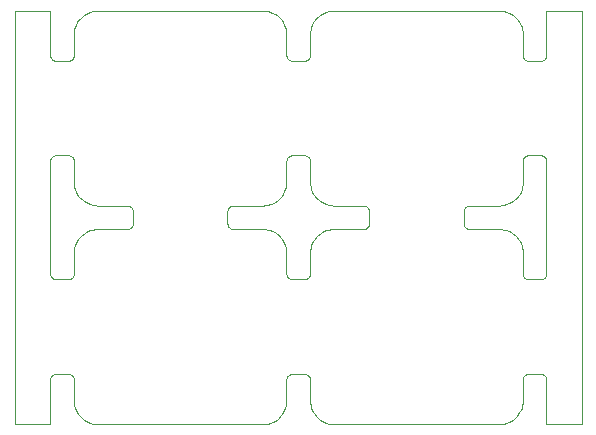
<source format=gbr>
G04 #@! TF.GenerationSoftware,KiCad,Pcbnew,5.1.5+dfsg1-2build2*
G04 #@! TF.CreationDate,2021-03-06T11:28:30+01:00*
G04 #@! TF.ProjectId,sDB_panel,7344425f-7061-46e6-956c-2e6b69636164,rev?*
G04 #@! TF.SameCoordinates,Original*
G04 #@! TF.FileFunction,Profile,NP*
%FSLAX46Y46*%
G04 Gerber Fmt 4.6, Leading zero omitted, Abs format (unit mm)*
G04 Created by KiCad (PCBNEW 5.1.5+dfsg1-2build2) date 2021-03-06 11:28:30*
%MOMM*%
%LPD*%
G04 APERTURE LIST*
G04 #@! TA.AperFunction,Profile*
%ADD10C,0.100000*%
G04 #@! TD*
G04 APERTURE END LIST*
D10*
X47999000Y-72258800D02*
X47999000Y-62741200D01*
X48001400Y-72307000D02*
X47999000Y-72258800D01*
X48008400Y-72354600D02*
X48001400Y-72307000D01*
X48020100Y-72401200D02*
X48008400Y-72354600D01*
X48036300Y-72446500D02*
X48020100Y-72401200D01*
X48056900Y-72490000D02*
X48036300Y-72446500D01*
X48081600Y-72531200D02*
X48056900Y-72490000D01*
X48110200Y-72569900D02*
X48081600Y-72531200D01*
X48142500Y-72605500D02*
X48110200Y-72569900D01*
X48178200Y-72637800D02*
X48142500Y-72605500D01*
X48216800Y-72666400D02*
X48178200Y-72637800D01*
X48258000Y-72691100D02*
X48216800Y-72666400D01*
X48301500Y-72711700D02*
X48258000Y-72691100D01*
X48346800Y-72727900D02*
X48301500Y-72711700D01*
X48393400Y-72739600D02*
X48346800Y-72727900D01*
X48441000Y-72746600D02*
X48393400Y-72739600D01*
X48489200Y-72749000D02*
X48441000Y-72746600D01*
X49508800Y-72749000D02*
X48489200Y-72749000D01*
X49557000Y-72746600D02*
X49508800Y-72749000D01*
X49604600Y-72739600D02*
X49557000Y-72746600D01*
X49651200Y-72727900D02*
X49604600Y-72739600D01*
X49696500Y-72711700D02*
X49651200Y-72727900D01*
X49740000Y-72691100D02*
X49696500Y-72711700D01*
X49781200Y-72666400D02*
X49740000Y-72691100D01*
X49819800Y-72637800D02*
X49781200Y-72666400D01*
X49855500Y-72605500D02*
X49819800Y-72637800D01*
X49887800Y-72569900D02*
X49855500Y-72605500D01*
X49916400Y-72531200D02*
X49887800Y-72569900D01*
X49941100Y-72490000D02*
X49916400Y-72531200D01*
X49961700Y-72446500D02*
X49941100Y-72490000D01*
X49977900Y-72401200D02*
X49961700Y-72446500D01*
X49989600Y-72354600D02*
X49977900Y-72401200D01*
X49996600Y-72307000D02*
X49989600Y-72354600D01*
X49999000Y-72258800D02*
X49996600Y-72307000D01*
X49999000Y-70499800D02*
X49999000Y-72258800D01*
X50010100Y-70291100D02*
X49999000Y-70499800D01*
X50041700Y-70090500D02*
X50010100Y-70291100D01*
X50097000Y-69881900D02*
X50041700Y-70090500D01*
X50175000Y-69680300D02*
X50097000Y-69881900D01*
X50267100Y-69499800D02*
X50175000Y-69680300D01*
X50377500Y-69329400D02*
X50267100Y-69499800D01*
X50513300Y-69161000D02*
X50377500Y-69329400D01*
X50661000Y-69013300D02*
X50513300Y-69161000D01*
X50818700Y-68885300D02*
X50661000Y-69013300D01*
X50999800Y-68767100D02*
X50818700Y-68885300D01*
X51186000Y-68672300D02*
X50999800Y-68767100D01*
X51375500Y-68599300D02*
X51186000Y-68672300D01*
X51590500Y-68541700D02*
X51375500Y-68599300D01*
X51791100Y-68510100D02*
X51590500Y-68541700D01*
X52000100Y-68499000D02*
X51791100Y-68510100D01*
X54508800Y-68499000D02*
X52000100Y-68499000D01*
X54557000Y-68496600D02*
X54508800Y-68499000D01*
X54604600Y-68489600D02*
X54557000Y-68496600D01*
X54651200Y-68477900D02*
X54604600Y-68489600D01*
X54696500Y-68461700D02*
X54651200Y-68477900D01*
X54740000Y-68441100D02*
X54696500Y-68461700D01*
X54781200Y-68416400D02*
X54740000Y-68441100D01*
X54819800Y-68387800D02*
X54781200Y-68416400D01*
X54855500Y-68355500D02*
X54819800Y-68387800D01*
X54887800Y-68319800D02*
X54855500Y-68355500D01*
X54916400Y-68281200D02*
X54887800Y-68319800D01*
X54941100Y-68240000D02*
X54916400Y-68281200D01*
X54961700Y-68196500D02*
X54941100Y-68240000D01*
X54977900Y-68151200D02*
X54961700Y-68196500D01*
X54989600Y-68104600D02*
X54977900Y-68151200D01*
X54996600Y-68057000D02*
X54989600Y-68104600D01*
X54999000Y-68008800D02*
X54996600Y-68057000D01*
X54999000Y-66991200D02*
X54999000Y-68008800D01*
X54996600Y-66943000D02*
X54999000Y-66991200D01*
X54989600Y-66895400D02*
X54996600Y-66943000D01*
X54977900Y-66848800D02*
X54989600Y-66895400D01*
X54961700Y-66803500D02*
X54977900Y-66848800D01*
X54941100Y-66760000D02*
X54961700Y-66803500D01*
X54916400Y-66718800D02*
X54941100Y-66760000D01*
X54887800Y-66680200D02*
X54916400Y-66718800D01*
X54855500Y-66644500D02*
X54887800Y-66680200D01*
X54819800Y-66612200D02*
X54855500Y-66644500D01*
X54781200Y-66583600D02*
X54819800Y-66612200D01*
X54740000Y-66558900D02*
X54781200Y-66583600D01*
X54696500Y-66538300D02*
X54740000Y-66558900D01*
X54651200Y-66522100D02*
X54696500Y-66538300D01*
X54604600Y-66510400D02*
X54651200Y-66522100D01*
X54557000Y-66503400D02*
X54604600Y-66510400D01*
X54508800Y-66501000D02*
X54557000Y-66503400D01*
X52003200Y-66501000D02*
X54508800Y-66501000D01*
X51797200Y-66490400D02*
X52003200Y-66501000D01*
X51584200Y-66457200D02*
X51797200Y-66490400D01*
X51381900Y-66403000D02*
X51584200Y-66457200D01*
X51186400Y-66327900D02*
X51381900Y-66403000D01*
X50999300Y-66232600D02*
X51186400Y-66327900D01*
X50824100Y-66118800D02*
X50999300Y-66232600D01*
X50661400Y-65987100D02*
X50824100Y-66118800D01*
X50513300Y-65839000D02*
X50661400Y-65987100D01*
X50385300Y-65681300D02*
X50513300Y-65839000D01*
X50264100Y-65494600D02*
X50385300Y-65681300D01*
X50172000Y-65313500D02*
X50264100Y-65494600D01*
X50095300Y-65112200D02*
X50172000Y-65313500D01*
X50042900Y-64916200D02*
X50095300Y-65112200D01*
X50011000Y-64715700D02*
X50042900Y-64916200D01*
X49999200Y-64503200D02*
X50011000Y-64715700D01*
X49999000Y-62741200D02*
X49999200Y-64503200D01*
X49996600Y-62693000D02*
X49999000Y-62741200D01*
X49989600Y-62645400D02*
X49996600Y-62693000D01*
X49977900Y-62598800D02*
X49989600Y-62645400D01*
X49961700Y-62553500D02*
X49977900Y-62598800D01*
X49941100Y-62510000D02*
X49961700Y-62553500D01*
X49916400Y-62468800D02*
X49941100Y-62510000D01*
X49887800Y-62430200D02*
X49916400Y-62468800D01*
X49855500Y-62394500D02*
X49887800Y-62430200D01*
X49819800Y-62362200D02*
X49855500Y-62394500D01*
X49781200Y-62333600D02*
X49819800Y-62362200D01*
X49740000Y-62308900D02*
X49781200Y-62333600D01*
X49696500Y-62288300D02*
X49740000Y-62308900D01*
X49651200Y-62272100D02*
X49696500Y-62288300D01*
X49604600Y-62260400D02*
X49651200Y-62272100D01*
X49557000Y-62253400D02*
X49604600Y-62260400D01*
X49508800Y-62251000D02*
X49557000Y-62253400D01*
X48489200Y-62251000D02*
X49508800Y-62251000D01*
X48441000Y-62253400D02*
X48489200Y-62251000D01*
X48393400Y-62260400D02*
X48441000Y-62253400D01*
X48346800Y-62272100D02*
X48393400Y-62260400D01*
X48301500Y-62288300D02*
X48346800Y-62272100D01*
X48258000Y-62308900D02*
X48301500Y-62288300D01*
X48216800Y-62333600D02*
X48258000Y-62308900D01*
X48178200Y-62362200D02*
X48216800Y-62333600D01*
X48142500Y-62394500D02*
X48178200Y-62362200D01*
X48110200Y-62430200D02*
X48142500Y-62394500D01*
X48081600Y-62468800D02*
X48110200Y-62430200D01*
X48056900Y-62510000D02*
X48081600Y-62468800D01*
X48036300Y-62553500D02*
X48056900Y-62510000D01*
X48020100Y-62598800D02*
X48036300Y-62553500D01*
X48008400Y-62645400D02*
X48020100Y-62598800D01*
X48001400Y-62693000D02*
X48008400Y-62645400D01*
X47999000Y-62741200D02*
X48001400Y-62693000D01*
X65996700Y-68499000D02*
X63491200Y-68499000D01*
X66208900Y-68510100D02*
X65996700Y-68499000D01*
X66416300Y-68543000D02*
X66208900Y-68510100D01*
X66624500Y-68599300D02*
X66416300Y-68543000D01*
X66813600Y-68672100D02*
X66624500Y-68599300D01*
X66994600Y-68764100D02*
X66813600Y-68672100D01*
X67175900Y-68881200D02*
X66994600Y-68764100D01*
X67338600Y-69013000D02*
X67175900Y-68881200D01*
X67482400Y-69156400D02*
X67338600Y-69013000D01*
X67622400Y-69329400D02*
X67482400Y-69156400D01*
X67732900Y-69499800D02*
X67622400Y-69329400D01*
X67827700Y-69686000D02*
X67732900Y-69499800D01*
X67902800Y-69881500D02*
X67827700Y-69686000D01*
X67955600Y-70077800D02*
X67902800Y-69881500D01*
X67989800Y-70290600D02*
X67955600Y-70077800D01*
X68001000Y-70500100D02*
X67989800Y-70290600D01*
X68001000Y-72258800D02*
X68001000Y-70500100D01*
X68003400Y-72307000D02*
X68001000Y-72258800D01*
X68010400Y-72354600D02*
X68003400Y-72307000D01*
X68022100Y-72401200D02*
X68010400Y-72354600D01*
X68038300Y-72446500D02*
X68022100Y-72401200D01*
X68058900Y-72490000D02*
X68038300Y-72446500D01*
X68083600Y-72531200D02*
X68058900Y-72490000D01*
X68112200Y-72569900D02*
X68083600Y-72531200D01*
X68144500Y-72605500D02*
X68112200Y-72569900D01*
X68180200Y-72637800D02*
X68144500Y-72605500D01*
X68218800Y-72666400D02*
X68180200Y-72637800D01*
X68260000Y-72691100D02*
X68218800Y-72666400D01*
X68303500Y-72711700D02*
X68260000Y-72691100D01*
X68348800Y-72727900D02*
X68303500Y-72711700D01*
X68395400Y-72739600D02*
X68348800Y-72727900D01*
X68443000Y-72746600D02*
X68395400Y-72739600D01*
X68491200Y-72749000D02*
X68443000Y-72746600D01*
X69508800Y-72749000D02*
X68491200Y-72749000D01*
X69557000Y-72746600D02*
X69508800Y-72749000D01*
X69604600Y-72739600D02*
X69557000Y-72746600D01*
X69651200Y-72727900D02*
X69604600Y-72739600D01*
X69696500Y-72711700D02*
X69651200Y-72727900D01*
X69740000Y-72691100D02*
X69696500Y-72711700D01*
X69781200Y-72666400D02*
X69740000Y-72691100D01*
X69819900Y-72637800D02*
X69781200Y-72666400D01*
X69855500Y-72605500D02*
X69819900Y-72637800D01*
X69887800Y-72569900D02*
X69855500Y-72605500D01*
X69916400Y-72531200D02*
X69887800Y-72569900D01*
X69941100Y-72490000D02*
X69916400Y-72531200D01*
X69961700Y-72446500D02*
X69941100Y-72490000D01*
X69977900Y-72401200D02*
X69961700Y-72446500D01*
X69989600Y-72354600D02*
X69977900Y-72401200D01*
X69996600Y-72307000D02*
X69989600Y-72354600D01*
X69999000Y-72258800D02*
X69996600Y-72307000D01*
X69999100Y-70499800D02*
X69999000Y-72258800D01*
X70010100Y-70291100D02*
X69999100Y-70499800D01*
X70041700Y-70090500D02*
X70010100Y-70291100D01*
X70097000Y-69881900D02*
X70041700Y-70090500D01*
X70175000Y-69680300D02*
X70097000Y-69881900D01*
X70267100Y-69499800D02*
X70175000Y-69680300D01*
X70377600Y-69329400D02*
X70267100Y-69499800D01*
X70513300Y-69161000D02*
X70377600Y-69329400D01*
X70661000Y-69013300D02*
X70513300Y-69161000D01*
X70818700Y-68885300D02*
X70661000Y-69013300D01*
X70999800Y-68767100D02*
X70818700Y-68885300D01*
X71186000Y-68672300D02*
X70999800Y-68767100D01*
X71375500Y-68599300D02*
X71186000Y-68672300D01*
X71590500Y-68541700D02*
X71375500Y-68599300D01*
X71791200Y-68510100D02*
X71590500Y-68541700D01*
X72000100Y-68499000D02*
X71791200Y-68510100D01*
X74508800Y-68499000D02*
X72000100Y-68499000D01*
X74557000Y-68496600D02*
X74508800Y-68499000D01*
X74604600Y-68489600D02*
X74557000Y-68496600D01*
X74651200Y-68477900D02*
X74604600Y-68489600D01*
X74696500Y-68461700D02*
X74651200Y-68477900D01*
X74740000Y-68441100D02*
X74696500Y-68461700D01*
X74781200Y-68416400D02*
X74740000Y-68441100D01*
X74819900Y-68387800D02*
X74781200Y-68416400D01*
X74855500Y-68355500D02*
X74819900Y-68387800D01*
X74887800Y-68319800D02*
X74855500Y-68355500D01*
X74916400Y-68281200D02*
X74887800Y-68319800D01*
X74941100Y-68240000D02*
X74916400Y-68281200D01*
X74961700Y-68196500D02*
X74941100Y-68240000D01*
X74977900Y-68151200D02*
X74961700Y-68196500D01*
X74989600Y-68104600D02*
X74977900Y-68151200D01*
X74996600Y-68057000D02*
X74989600Y-68104600D01*
X74999000Y-68008800D02*
X74996600Y-68057000D01*
X74999000Y-66991200D02*
X74999000Y-68008800D01*
X74996600Y-66943000D02*
X74999000Y-66991200D01*
X74989600Y-66895400D02*
X74996600Y-66943000D01*
X74977900Y-66848800D02*
X74989600Y-66895400D01*
X74961700Y-66803500D02*
X74977900Y-66848800D01*
X74941100Y-66760000D02*
X74961700Y-66803500D01*
X74916400Y-66718800D02*
X74941100Y-66760000D01*
X74887800Y-66680200D02*
X74916400Y-66718800D01*
X74855500Y-66644500D02*
X74887800Y-66680200D01*
X74819900Y-66612200D02*
X74855500Y-66644500D01*
X74781200Y-66583600D02*
X74819900Y-66612200D01*
X74740000Y-66558900D02*
X74781200Y-66583600D01*
X74696500Y-66538300D02*
X74740000Y-66558900D01*
X74651200Y-66522100D02*
X74696500Y-66538300D01*
X74604600Y-66510400D02*
X74651200Y-66522100D01*
X74557000Y-66503400D02*
X74604600Y-66510400D01*
X74508800Y-66501000D02*
X74557000Y-66503400D01*
X72003200Y-66501000D02*
X74508800Y-66501000D01*
X71791100Y-66489900D02*
X72003200Y-66501000D01*
X71583700Y-66457000D02*
X71791100Y-66489900D01*
X71375500Y-66400700D02*
X71583700Y-66457000D01*
X71186400Y-66327900D02*
X71375500Y-66400700D01*
X71005400Y-66235900D02*
X71186400Y-66327900D01*
X70824100Y-66118800D02*
X71005400Y-66235900D01*
X70661400Y-65987100D02*
X70824100Y-66118800D01*
X70517700Y-65843600D02*
X70661400Y-65987100D01*
X70377600Y-65670600D02*
X70517700Y-65843600D01*
X70267100Y-65500200D02*
X70377600Y-65670600D01*
X70172300Y-65314000D02*
X70267100Y-65500200D01*
X70097200Y-65118500D02*
X70172300Y-65314000D01*
X70044400Y-64922200D02*
X70097200Y-65118500D01*
X70010200Y-64709400D02*
X70044400Y-64922200D01*
X69999000Y-64499900D02*
X70010200Y-64709400D01*
X69999000Y-62741200D02*
X69999000Y-64499900D01*
X69996600Y-62693000D02*
X69999000Y-62741200D01*
X69989600Y-62645400D02*
X69996600Y-62693000D01*
X69977900Y-62598800D02*
X69989600Y-62645400D01*
X69961700Y-62553500D02*
X69977900Y-62598800D01*
X69941100Y-62510000D02*
X69961700Y-62553500D01*
X69916400Y-62468800D02*
X69941100Y-62510000D01*
X69887800Y-62430200D02*
X69916400Y-62468800D01*
X69855500Y-62394500D02*
X69887800Y-62430200D01*
X69819800Y-62362200D02*
X69855500Y-62394500D01*
X69781200Y-62333600D02*
X69819800Y-62362200D01*
X69740000Y-62308900D02*
X69781200Y-62333600D01*
X69696500Y-62288300D02*
X69740000Y-62308900D01*
X69651200Y-62272100D02*
X69696500Y-62288300D01*
X69604600Y-62260400D02*
X69651200Y-62272100D01*
X69557000Y-62253400D02*
X69604600Y-62260400D01*
X69508800Y-62251000D02*
X69557000Y-62253400D01*
X68491200Y-62251000D02*
X69508800Y-62251000D01*
X68443000Y-62253400D02*
X68491200Y-62251000D01*
X68395400Y-62260400D02*
X68443000Y-62253400D01*
X68348800Y-62272100D02*
X68395400Y-62260400D01*
X68303500Y-62288300D02*
X68348800Y-62272100D01*
X68260000Y-62308900D02*
X68303500Y-62288300D01*
X68218800Y-62333600D02*
X68260000Y-62308900D01*
X68180200Y-62362200D02*
X68218800Y-62333600D01*
X68144500Y-62394500D02*
X68180200Y-62362200D01*
X68112200Y-62430200D02*
X68144500Y-62394500D01*
X68083600Y-62468800D02*
X68112200Y-62430200D01*
X68058900Y-62510000D02*
X68083600Y-62468800D01*
X68038300Y-62553500D02*
X68058900Y-62510000D01*
X68022100Y-62598800D02*
X68038300Y-62553500D01*
X68010400Y-62645400D02*
X68022100Y-62598800D01*
X68003400Y-62693000D02*
X68010400Y-62645400D01*
X68001000Y-62741200D02*
X68003400Y-62693000D01*
X68001000Y-64496800D02*
X68001000Y-62741200D01*
X67989800Y-64709400D02*
X68001000Y-64496800D01*
X67955600Y-64922400D02*
X67989800Y-64709400D01*
X67903000Y-65118100D02*
X67955600Y-64922400D01*
X67830400Y-65307700D02*
X67903000Y-65118100D01*
X67732900Y-65500200D02*
X67830400Y-65307700D01*
X67614700Y-65681300D02*
X67732900Y-65500200D01*
X67486700Y-65839000D02*
X67614700Y-65681300D01*
X67339000Y-65986700D02*
X67486700Y-65839000D01*
X67176200Y-66118600D02*
X67339000Y-65986700D01*
X67006100Y-66229300D02*
X67176200Y-66118600D01*
X66807700Y-66330400D02*
X67006100Y-66229300D01*
X66618000Y-66403000D02*
X66807700Y-66330400D01*
X66415700Y-66457200D02*
X66618000Y-66403000D01*
X66209400Y-66489800D02*
X66415700Y-66457200D01*
X65999900Y-66501000D02*
X66209400Y-66489800D01*
X63491200Y-66501000D02*
X65999900Y-66501000D01*
X63443000Y-66503400D02*
X63491200Y-66501000D01*
X63395400Y-66510400D02*
X63443000Y-66503400D01*
X63348800Y-66522100D02*
X63395400Y-66510400D01*
X63303500Y-66538300D02*
X63348800Y-66522100D01*
X63260000Y-66558900D02*
X63303500Y-66538300D01*
X63218800Y-66583600D02*
X63260000Y-66558900D01*
X63180200Y-66612200D02*
X63218800Y-66583600D01*
X63144500Y-66644500D02*
X63180200Y-66612200D01*
X63112200Y-66680200D02*
X63144500Y-66644500D01*
X63083600Y-66718800D02*
X63112200Y-66680200D01*
X63058900Y-66760000D02*
X63083600Y-66718800D01*
X63038300Y-66803500D02*
X63058900Y-66760000D01*
X63022100Y-66848800D02*
X63038300Y-66803500D01*
X63010400Y-66895400D02*
X63022100Y-66848800D01*
X63003400Y-66943000D02*
X63010400Y-66895400D01*
X63001000Y-66991200D02*
X63003400Y-66943000D01*
X63001000Y-68008800D02*
X63001000Y-66991200D01*
X63003400Y-68057000D02*
X63001000Y-68008800D01*
X63010400Y-68104600D02*
X63003400Y-68057000D01*
X63022100Y-68151200D02*
X63010400Y-68104600D01*
X63038300Y-68196500D02*
X63022100Y-68151200D01*
X63058900Y-68240000D02*
X63038300Y-68196500D01*
X63083600Y-68281200D02*
X63058900Y-68240000D01*
X63112200Y-68319900D02*
X63083600Y-68281200D01*
X63144500Y-68355500D02*
X63112200Y-68319900D01*
X63180200Y-68387800D02*
X63144500Y-68355500D01*
X63218800Y-68416400D02*
X63180200Y-68387800D01*
X63260000Y-68441100D02*
X63218800Y-68416400D01*
X63303500Y-68461700D02*
X63260000Y-68441100D01*
X63348800Y-68477900D02*
X63303500Y-68461700D01*
X63395400Y-68489600D02*
X63348800Y-68477900D01*
X63443000Y-68496600D02*
X63395400Y-68489600D01*
X63491200Y-68499000D02*
X63443000Y-68496600D01*
X90000000Y-62741200D02*
X90000000Y-72258800D01*
X89997600Y-62693000D02*
X90000000Y-62741200D01*
X89990600Y-62645400D02*
X89997600Y-62693000D01*
X89978900Y-62598800D02*
X89990600Y-62645400D01*
X89962700Y-62553500D02*
X89978900Y-62598800D01*
X89942100Y-62510000D02*
X89962700Y-62553500D01*
X89917400Y-62468800D02*
X89942100Y-62510000D01*
X89888800Y-62430200D02*
X89917400Y-62468800D01*
X89856500Y-62394500D02*
X89888800Y-62430200D01*
X89820900Y-62362200D02*
X89856500Y-62394500D01*
X89782200Y-62333600D02*
X89820900Y-62362200D01*
X89741000Y-62308900D02*
X89782200Y-62333600D01*
X89697500Y-62288300D02*
X89741000Y-62308900D01*
X89652300Y-62272100D02*
X89697500Y-62288300D01*
X89605600Y-62260400D02*
X89652300Y-62272100D01*
X89558000Y-62253400D02*
X89605600Y-62260400D01*
X89509800Y-62251000D02*
X89558000Y-62253400D01*
X88491300Y-62251000D02*
X89509800Y-62251000D01*
X88443000Y-62253400D02*
X88491300Y-62251000D01*
X88395400Y-62260400D02*
X88443000Y-62253400D01*
X88348800Y-62272100D02*
X88395400Y-62260400D01*
X88303500Y-62288300D02*
X88348800Y-62272100D01*
X88260000Y-62308900D02*
X88303500Y-62288300D01*
X88218800Y-62333600D02*
X88260000Y-62308900D01*
X88180200Y-62362200D02*
X88218800Y-62333600D01*
X88144500Y-62394500D02*
X88180200Y-62362200D01*
X88112200Y-62430200D02*
X88144500Y-62394500D01*
X88083600Y-62468800D02*
X88112200Y-62430200D01*
X88058900Y-62510000D02*
X88083600Y-62468800D01*
X88038300Y-62553500D02*
X88058900Y-62510000D01*
X88022100Y-62598800D02*
X88038300Y-62553500D01*
X88010400Y-62645400D02*
X88022100Y-62598800D01*
X88003400Y-62693000D02*
X88010400Y-62645400D01*
X88001000Y-62741200D02*
X88003400Y-62693000D01*
X88001000Y-64500200D02*
X88001000Y-62741200D01*
X87989900Y-64708900D02*
X88001000Y-64500200D01*
X87958300Y-64909500D02*
X87989900Y-64708900D01*
X87903000Y-65118100D02*
X87958300Y-64909500D01*
X87825000Y-65319800D02*
X87903000Y-65118100D01*
X87732900Y-65500200D02*
X87825000Y-65319800D01*
X87622500Y-65670600D02*
X87732900Y-65500200D01*
X87486700Y-65839000D02*
X87622500Y-65670600D01*
X87339000Y-65986700D02*
X87486700Y-65839000D01*
X87181300Y-66114700D02*
X87339000Y-65986700D01*
X87000200Y-66232900D02*
X87181300Y-66114700D01*
X86814000Y-66327700D02*
X87000200Y-66232900D01*
X86624500Y-66400700D02*
X86814000Y-66327700D01*
X86409500Y-66458300D02*
X86624500Y-66400700D01*
X86208900Y-66489900D02*
X86409500Y-66458300D01*
X85999900Y-66501000D02*
X86208900Y-66489900D01*
X83491300Y-66501000D02*
X85999900Y-66501000D01*
X83443000Y-66503400D02*
X83491300Y-66501000D01*
X83395400Y-66510400D02*
X83443000Y-66503400D01*
X83348800Y-66522100D02*
X83395400Y-66510400D01*
X83303500Y-66538300D02*
X83348800Y-66522100D01*
X83260000Y-66558900D02*
X83303500Y-66538300D01*
X83218800Y-66583600D02*
X83260000Y-66558900D01*
X83180200Y-66612200D02*
X83218800Y-66583600D01*
X83144500Y-66644500D02*
X83180200Y-66612200D01*
X83112200Y-66680200D02*
X83144500Y-66644500D01*
X83083600Y-66718800D02*
X83112200Y-66680200D01*
X83058900Y-66760000D02*
X83083600Y-66718800D01*
X83038300Y-66803500D02*
X83058900Y-66760000D01*
X83022100Y-66848800D02*
X83038300Y-66803500D01*
X83010400Y-66895400D02*
X83022100Y-66848800D01*
X83003400Y-66943000D02*
X83010400Y-66895400D01*
X83001000Y-66991200D02*
X83003400Y-66943000D01*
X83001000Y-68008800D02*
X83001000Y-66991200D01*
X83003400Y-68057000D02*
X83001000Y-68008800D01*
X83010400Y-68104600D02*
X83003400Y-68057000D01*
X83022100Y-68151200D02*
X83010400Y-68104600D01*
X83038300Y-68196500D02*
X83022100Y-68151200D01*
X83058900Y-68240000D02*
X83038300Y-68196500D01*
X83083600Y-68281200D02*
X83058900Y-68240000D01*
X83112200Y-68319900D02*
X83083600Y-68281200D01*
X83144500Y-68355500D02*
X83112200Y-68319900D01*
X83180200Y-68387800D02*
X83144500Y-68355500D01*
X83218800Y-68416400D02*
X83180200Y-68387800D01*
X83260000Y-68441100D02*
X83218800Y-68416400D01*
X83303500Y-68461700D02*
X83260000Y-68441100D01*
X83348800Y-68477900D02*
X83303500Y-68461700D01*
X83395400Y-68489600D02*
X83348800Y-68477900D01*
X83443000Y-68496600D02*
X83395400Y-68489600D01*
X83491300Y-68499000D02*
X83443000Y-68496600D01*
X85996900Y-68499000D02*
X83491300Y-68499000D01*
X86202800Y-68509600D02*
X85996900Y-68499000D01*
X86415800Y-68542900D02*
X86202800Y-68509600D01*
X86618100Y-68597000D02*
X86415800Y-68542900D01*
X86813600Y-68672100D02*
X86618100Y-68597000D01*
X87000700Y-68767400D02*
X86813600Y-68672100D01*
X87175900Y-68881200D02*
X87000700Y-68767400D01*
X87338600Y-69013000D02*
X87175900Y-68881200D01*
X87486800Y-69161000D02*
X87338600Y-69013000D01*
X87614700Y-69318700D02*
X87486800Y-69161000D01*
X87735900Y-69505400D02*
X87614700Y-69318700D01*
X87828000Y-69686500D02*
X87735900Y-69505400D01*
X87904700Y-69887800D02*
X87828000Y-69686500D01*
X87957100Y-70083800D02*
X87904700Y-69887800D01*
X87989000Y-70284300D02*
X87957100Y-70083800D01*
X88000800Y-70496800D02*
X87989000Y-70284300D01*
X88001000Y-72258800D02*
X88000800Y-70496800D01*
X88003400Y-72307000D02*
X88001000Y-72258800D01*
X88010400Y-72354600D02*
X88003400Y-72307000D01*
X88022100Y-72401200D02*
X88010400Y-72354600D01*
X88038300Y-72446500D02*
X88022100Y-72401200D01*
X88058900Y-72490000D02*
X88038300Y-72446500D01*
X88083600Y-72531200D02*
X88058900Y-72490000D01*
X88112200Y-72569900D02*
X88083600Y-72531200D01*
X88144500Y-72605500D02*
X88112200Y-72569900D01*
X88180200Y-72637800D02*
X88144500Y-72605500D01*
X88218800Y-72666400D02*
X88180200Y-72637800D01*
X88260000Y-72691100D02*
X88218800Y-72666400D01*
X88303500Y-72711700D02*
X88260000Y-72691100D01*
X88348800Y-72727900D02*
X88303500Y-72711700D01*
X88395400Y-72739600D02*
X88348800Y-72727900D01*
X88443000Y-72746600D02*
X88395400Y-72739600D01*
X88491200Y-72749000D02*
X88443000Y-72746600D01*
X89509800Y-72749000D02*
X88491200Y-72749000D01*
X89558000Y-72746600D02*
X89509800Y-72749000D01*
X89605600Y-72739600D02*
X89558000Y-72746600D01*
X89652300Y-72727900D02*
X89605600Y-72739600D01*
X89697500Y-72711700D02*
X89652300Y-72727900D01*
X89741000Y-72691100D02*
X89697500Y-72711700D01*
X89782200Y-72666400D02*
X89741000Y-72691100D01*
X89820900Y-72637800D02*
X89782200Y-72666400D01*
X89856500Y-72605500D02*
X89820900Y-72637800D01*
X89888800Y-72569900D02*
X89856500Y-72605500D01*
X89917400Y-72531200D02*
X89888800Y-72569900D01*
X89942100Y-72490000D02*
X89917400Y-72531200D01*
X89962700Y-72446500D02*
X89942100Y-72490000D01*
X89978900Y-72401200D02*
X89962700Y-72446500D01*
X89990600Y-72354600D02*
X89978900Y-72401200D01*
X89997600Y-72307000D02*
X89990600Y-72354600D01*
X90000000Y-72258800D02*
X89997600Y-72307000D01*
X47986700Y-49999000D02*
X45009600Y-49999100D01*
X47992300Y-49999700D02*
X47986700Y-49999000D01*
X47996900Y-50003100D02*
X47992300Y-49999700D01*
X47999000Y-50011300D02*
X47996900Y-50003100D01*
X47999000Y-53758800D02*
X47999000Y-50011300D01*
X48001400Y-53807000D02*
X47999000Y-53758800D01*
X48008400Y-53854600D02*
X48001400Y-53807000D01*
X48020100Y-53901200D02*
X48008400Y-53854600D01*
X48036300Y-53946500D02*
X48020100Y-53901200D01*
X48056900Y-53990000D02*
X48036300Y-53946500D01*
X48081600Y-54031200D02*
X48056900Y-53990000D01*
X48110200Y-54069800D02*
X48081600Y-54031200D01*
X48142500Y-54105500D02*
X48110200Y-54069800D01*
X48178200Y-54137800D02*
X48142500Y-54105500D01*
X48216800Y-54166400D02*
X48178200Y-54137800D01*
X48258000Y-54191100D02*
X48216800Y-54166400D01*
X48301500Y-54211700D02*
X48258000Y-54191100D01*
X48346800Y-54227900D02*
X48301500Y-54211700D01*
X48393400Y-54239600D02*
X48346800Y-54227900D01*
X48441000Y-54246600D02*
X48393400Y-54239600D01*
X48489200Y-54249000D02*
X48441000Y-54246600D01*
X49508800Y-54249000D02*
X48489200Y-54249000D01*
X49557000Y-54246600D02*
X49508800Y-54249000D01*
X49604600Y-54239600D02*
X49557000Y-54246600D01*
X49651200Y-54227900D02*
X49604600Y-54239600D01*
X49696500Y-54211700D02*
X49651200Y-54227900D01*
X49740000Y-54191100D02*
X49696500Y-54211700D01*
X49781200Y-54166400D02*
X49740000Y-54191100D01*
X49819800Y-54137800D02*
X49781200Y-54166400D01*
X49855500Y-54105500D02*
X49819800Y-54137800D01*
X49887800Y-54069800D02*
X49855500Y-54105500D01*
X49916400Y-54031200D02*
X49887800Y-54069800D01*
X49941100Y-53990000D02*
X49916400Y-54031200D01*
X49961700Y-53946500D02*
X49941100Y-53990000D01*
X49977900Y-53901200D02*
X49961700Y-53946500D01*
X49989600Y-53854600D02*
X49977900Y-53901200D01*
X49996600Y-53807000D02*
X49989600Y-53854600D01*
X49999000Y-53758800D02*
X49996600Y-53807000D01*
X49999000Y-52003200D02*
X49999000Y-53758800D01*
X50010100Y-51791100D02*
X49999000Y-52003200D01*
X50042900Y-51584200D02*
X50010100Y-51791100D01*
X50095200Y-51388100D02*
X50042900Y-51584200D01*
X50172300Y-51185900D02*
X50095200Y-51388100D01*
X50270700Y-50994000D02*
X50172300Y-51185900D01*
X50381200Y-50824100D02*
X50270700Y-50994000D01*
X50508800Y-50666200D02*
X50381200Y-50824100D01*
X50661000Y-50513300D02*
X50508800Y-50666200D01*
X50824200Y-50381100D02*
X50661000Y-50513300D01*
X51005400Y-50264100D02*
X50824200Y-50381100D01*
X51186000Y-50172300D02*
X51005400Y-50264100D01*
X51375500Y-50099300D02*
X51186000Y-50172300D01*
X51583800Y-50042900D02*
X51375500Y-50099300D01*
X51791100Y-50010100D02*
X51583800Y-50042900D01*
X52003300Y-49999000D02*
X51791100Y-50010100D01*
X65996700Y-49999000D02*
X52003300Y-49999000D01*
X66209400Y-50010200D02*
X65996700Y-49999000D01*
X66422200Y-50044400D02*
X66209400Y-50010200D01*
X66618600Y-50097200D02*
X66422200Y-50044400D01*
X66814100Y-50172300D02*
X66618600Y-50097200D01*
X67000700Y-50267400D02*
X66814100Y-50172300D01*
X67181300Y-50385300D02*
X67000700Y-50267400D01*
X67343600Y-50517600D02*
X67181300Y-50385300D01*
X67486700Y-50661000D02*
X67343600Y-50517600D01*
X67614700Y-50818700D02*
X67486700Y-50661000D01*
X67732600Y-50999400D02*
X67614700Y-50818700D01*
X67825100Y-51180500D02*
X67732600Y-50999400D01*
X67904800Y-51388000D02*
X67825100Y-51180500D01*
X67957200Y-51584300D02*
X67904800Y-51388000D01*
X67990400Y-51797200D02*
X67957200Y-51584300D01*
X68001000Y-52003100D02*
X67990400Y-51797200D01*
X68001000Y-53758800D02*
X68001000Y-52003100D01*
X68003400Y-53807000D02*
X68001000Y-53758800D01*
X68010400Y-53854600D02*
X68003400Y-53807000D01*
X68022100Y-53901200D02*
X68010400Y-53854600D01*
X68038300Y-53946500D02*
X68022100Y-53901200D01*
X68058900Y-53990000D02*
X68038300Y-53946500D01*
X68083600Y-54031200D02*
X68058900Y-53990000D01*
X68112200Y-54069800D02*
X68083600Y-54031200D01*
X68144500Y-54105500D02*
X68112200Y-54069800D01*
X68180200Y-54137800D02*
X68144500Y-54105500D01*
X68218800Y-54166400D02*
X68180200Y-54137800D01*
X68260000Y-54191100D02*
X68218800Y-54166400D01*
X68303500Y-54211700D02*
X68260000Y-54191100D01*
X68348800Y-54227900D02*
X68303500Y-54211700D01*
X68395400Y-54239600D02*
X68348800Y-54227900D01*
X68443000Y-54246600D02*
X68395400Y-54239600D01*
X68491200Y-54249000D02*
X68443000Y-54246600D01*
X69508800Y-54249000D02*
X68491200Y-54249000D01*
X69557000Y-54246600D02*
X69508800Y-54249000D01*
X69604600Y-54239600D02*
X69557000Y-54246600D01*
X69651200Y-54227900D02*
X69604600Y-54239600D01*
X69696500Y-54211700D02*
X69651200Y-54227900D01*
X69740000Y-54191100D02*
X69696500Y-54211700D01*
X69781200Y-54166400D02*
X69740000Y-54191100D01*
X69819900Y-54137800D02*
X69781200Y-54166400D01*
X69855500Y-54105500D02*
X69819900Y-54137800D01*
X69887800Y-54069800D02*
X69855500Y-54105500D01*
X69916400Y-54031200D02*
X69887800Y-54069800D01*
X69941100Y-53990000D02*
X69916400Y-54031200D01*
X69961700Y-53946500D02*
X69941100Y-53990000D01*
X69977900Y-53901200D02*
X69961700Y-53946500D01*
X69989600Y-53854600D02*
X69977900Y-53901200D01*
X69996600Y-53807000D02*
X69989600Y-53854600D01*
X69999000Y-53758800D02*
X69996600Y-53807000D01*
X69999000Y-52003300D02*
X69999000Y-53758800D01*
X70010100Y-51791100D02*
X69999000Y-52003300D01*
X70044400Y-51577600D02*
X70010100Y-51791100D01*
X70097200Y-51381400D02*
X70044400Y-51577600D01*
X70172100Y-51186400D02*
X70097200Y-51381400D01*
X70267100Y-50999800D02*
X70172100Y-51186400D01*
X70381500Y-50823700D02*
X70267100Y-50999800D01*
X70513300Y-50661000D02*
X70381500Y-50823700D01*
X70666200Y-50508800D02*
X70513300Y-50661000D01*
X70829400Y-50377600D02*
X70666200Y-50508800D01*
X70999400Y-50267400D02*
X70829400Y-50377600D01*
X71180200Y-50175000D02*
X70999400Y-50267400D01*
X71381500Y-50097200D02*
X71180200Y-50175000D01*
X71583800Y-50042900D02*
X71381500Y-50097200D01*
X71791200Y-50010100D02*
X71583800Y-50042900D01*
X72003300Y-49999000D02*
X71791200Y-50010100D01*
X85996700Y-49999000D02*
X72003300Y-49999000D01*
X86209400Y-50010200D02*
X85996700Y-49999000D01*
X86422400Y-50044400D02*
X86209400Y-50010200D01*
X86618100Y-50097000D02*
X86422400Y-50044400D01*
X86807700Y-50169600D02*
X86618100Y-50097000D01*
X87000200Y-50267100D02*
X86807700Y-50169600D01*
X87175900Y-50381200D02*
X87000200Y-50267100D01*
X87339000Y-50513300D02*
X87175900Y-50381200D01*
X87491200Y-50666200D02*
X87339000Y-50513300D01*
X87618600Y-50823800D02*
X87491200Y-50666200D01*
X87729300Y-50993900D02*
X87618600Y-50823800D01*
X87827800Y-51186000D02*
X87729300Y-50993900D01*
X87902800Y-51381500D02*
X87827800Y-51186000D01*
X87955600Y-51577600D02*
X87902800Y-51381500D01*
X87989900Y-51791100D02*
X87955600Y-51577600D01*
X88001000Y-52003100D02*
X87989900Y-51791100D01*
X88001000Y-53758800D02*
X88001000Y-52003100D01*
X88003400Y-53807000D02*
X88001000Y-53758800D01*
X88010400Y-53854600D02*
X88003400Y-53807000D01*
X88022100Y-53901200D02*
X88010400Y-53854600D01*
X88038300Y-53946500D02*
X88022100Y-53901200D01*
X88058900Y-53990000D02*
X88038300Y-53946500D01*
X88083600Y-54031200D02*
X88058900Y-53990000D01*
X88112200Y-54069800D02*
X88083600Y-54031200D01*
X88144500Y-54105500D02*
X88112200Y-54069800D01*
X88180200Y-54137800D02*
X88144500Y-54105500D01*
X88218800Y-54166400D02*
X88180200Y-54137800D01*
X88260000Y-54191100D02*
X88218800Y-54166400D01*
X88303500Y-54211700D02*
X88260000Y-54191100D01*
X88348800Y-54227900D02*
X88303500Y-54211700D01*
X88395400Y-54239600D02*
X88348800Y-54227900D01*
X88443000Y-54246600D02*
X88395400Y-54239600D01*
X88491200Y-54249000D02*
X88443000Y-54246600D01*
X89509800Y-54249000D02*
X88491200Y-54249000D01*
X89558000Y-54246600D02*
X89509800Y-54249000D01*
X89605600Y-54239600D02*
X89558000Y-54246600D01*
X89652300Y-54227900D02*
X89605600Y-54239600D01*
X89697500Y-54211700D02*
X89652300Y-54227900D01*
X89741000Y-54191100D02*
X89697500Y-54211700D01*
X89782200Y-54166400D02*
X89741000Y-54191100D01*
X89820900Y-54137800D02*
X89782200Y-54166400D01*
X89856500Y-54105500D02*
X89820900Y-54137800D01*
X89888800Y-54069800D02*
X89856500Y-54105500D01*
X89917400Y-54031200D02*
X89888800Y-54069800D01*
X89942100Y-53990000D02*
X89917400Y-54031200D01*
X89962700Y-53946500D02*
X89942100Y-53990000D01*
X89978900Y-53901200D02*
X89962700Y-53946500D01*
X89990600Y-53854600D02*
X89978900Y-53901200D01*
X89997600Y-53807000D02*
X89990600Y-53854600D01*
X90000000Y-53758800D02*
X89997600Y-53807000D01*
X90000000Y-50011300D02*
X90000000Y-53758800D01*
X90002700Y-50002400D02*
X90000000Y-50011300D01*
X90006800Y-49999700D02*
X90002700Y-50002400D01*
X90012300Y-49999000D02*
X90006800Y-49999700D01*
X92988700Y-49999000D02*
X90012300Y-49999000D01*
X92996900Y-50001100D02*
X92988700Y-49999000D01*
X93000300Y-50005700D02*
X92996900Y-50001100D01*
X93001000Y-50011300D02*
X93000300Y-50005700D01*
X93001000Y-84988700D02*
X93001000Y-50011300D01*
X92998900Y-84996900D02*
X93001000Y-84988700D01*
X92994300Y-85000300D02*
X92998900Y-84996900D01*
X92988700Y-85001000D02*
X92994300Y-85000300D01*
X90012300Y-85001000D02*
X92988700Y-85001000D01*
X90006800Y-85000300D02*
X90012300Y-85001000D01*
X90002700Y-84997600D02*
X90006800Y-85000300D01*
X90000000Y-84988700D02*
X90002700Y-84997600D01*
X90000000Y-81241300D02*
X90000000Y-84988700D01*
X89997600Y-81193000D02*
X90000000Y-81241300D01*
X89990600Y-81145400D02*
X89997600Y-81193000D01*
X89978900Y-81098800D02*
X89990600Y-81145400D01*
X89962700Y-81053500D02*
X89978900Y-81098800D01*
X89942100Y-81010000D02*
X89962700Y-81053500D01*
X89917400Y-80968800D02*
X89942100Y-81010000D01*
X89888800Y-80930200D02*
X89917400Y-80968800D01*
X89856500Y-80894500D02*
X89888800Y-80930200D01*
X89820900Y-80862200D02*
X89856500Y-80894500D01*
X89782200Y-80833600D02*
X89820900Y-80862200D01*
X89741000Y-80808900D02*
X89782200Y-80833600D01*
X89697500Y-80788300D02*
X89741000Y-80808900D01*
X89652300Y-80772100D02*
X89697500Y-80788300D01*
X89605600Y-80760400D02*
X89652300Y-80772100D01*
X89558000Y-80753400D02*
X89605600Y-80760400D01*
X89509800Y-80751000D02*
X89558000Y-80753400D01*
X88491300Y-80751000D02*
X89509800Y-80751000D01*
X88443000Y-80753400D02*
X88491300Y-80751000D01*
X88395400Y-80760400D02*
X88443000Y-80753400D01*
X88348800Y-80772100D02*
X88395400Y-80760400D01*
X88303500Y-80788300D02*
X88348800Y-80772100D01*
X88260000Y-80808900D02*
X88303500Y-80788300D01*
X88218800Y-80833600D02*
X88260000Y-80808900D01*
X88180200Y-80862200D02*
X88218800Y-80833600D01*
X88144500Y-80894500D02*
X88180200Y-80862200D01*
X88112200Y-80930200D02*
X88144500Y-80894500D01*
X88083600Y-80968800D02*
X88112200Y-80930200D01*
X88058900Y-81010000D02*
X88083600Y-80968800D01*
X88038300Y-81053500D02*
X88058900Y-81010000D01*
X88022100Y-81098800D02*
X88038300Y-81053500D01*
X88010400Y-81145400D02*
X88022100Y-81098800D01*
X88003400Y-81193000D02*
X88010400Y-81145400D01*
X88001000Y-81241300D02*
X88003400Y-81193000D01*
X88001000Y-82996900D02*
X88001000Y-81241300D01*
X87989900Y-83208900D02*
X88001000Y-82996900D01*
X87957200Y-83415800D02*
X87989900Y-83208900D01*
X87904800Y-83612000D02*
X87957200Y-83415800D01*
X87827700Y-83814100D02*
X87904800Y-83612000D01*
X87729300Y-84006000D02*
X87827700Y-83814100D01*
X87618800Y-84175900D02*
X87729300Y-84006000D01*
X87491200Y-84333800D02*
X87618800Y-84175900D01*
X87339000Y-84486800D02*
X87491200Y-84333800D01*
X87176300Y-84618600D02*
X87339000Y-84486800D01*
X87000200Y-84732900D02*
X87176300Y-84618600D01*
X86807700Y-84830400D02*
X87000200Y-84732900D01*
X86618500Y-84902800D02*
X86807700Y-84830400D01*
X86422400Y-84955600D02*
X86618500Y-84902800D01*
X86209400Y-84989800D02*
X86422400Y-84955600D01*
X85996700Y-85001000D02*
X86209400Y-84989800D01*
X72003300Y-85001000D02*
X85996700Y-85001000D01*
X71791100Y-84989900D02*
X72003300Y-85001000D01*
X71583700Y-84957100D02*
X71791100Y-84989900D01*
X71381400Y-84902800D02*
X71583700Y-84957100D01*
X71180300Y-84825000D02*
X71381400Y-84902800D01*
X70994000Y-84729300D02*
X71180300Y-84825000D01*
X70824100Y-84618800D02*
X70994000Y-84729300D01*
X70666200Y-84491200D02*
X70824100Y-84618800D01*
X70513300Y-84339000D02*
X70666200Y-84491200D01*
X70381400Y-84176300D02*
X70513300Y-84339000D01*
X70267400Y-84000600D02*
X70381400Y-84176300D01*
X70172000Y-83813600D02*
X70267400Y-84000600D01*
X70097200Y-83618500D02*
X70172000Y-83813600D01*
X70044400Y-83422400D02*
X70097200Y-83618500D01*
X70010100Y-83208900D02*
X70044400Y-83422400D01*
X69999000Y-82996700D02*
X70010100Y-83208900D01*
X69999000Y-81241300D02*
X69999000Y-82996700D01*
X69996600Y-81193000D02*
X69999000Y-81241300D01*
X69989600Y-81145400D02*
X69996600Y-81193000D01*
X69977900Y-81098800D02*
X69989600Y-81145400D01*
X69961700Y-81053500D02*
X69977900Y-81098800D01*
X69941100Y-81010000D02*
X69961700Y-81053500D01*
X69916400Y-80968800D02*
X69941100Y-81010000D01*
X69887800Y-80930200D02*
X69916400Y-80968800D01*
X69855500Y-80894500D02*
X69887800Y-80930200D01*
X69819800Y-80862200D02*
X69855500Y-80894500D01*
X69781200Y-80833600D02*
X69819800Y-80862200D01*
X69740000Y-80808900D02*
X69781200Y-80833600D01*
X69696500Y-80788300D02*
X69740000Y-80808900D01*
X69651200Y-80772100D02*
X69696500Y-80788300D01*
X69604600Y-80760400D02*
X69651200Y-80772100D01*
X69557000Y-80753400D02*
X69604600Y-80760400D01*
X69508800Y-80751000D02*
X69557000Y-80753400D01*
X68491200Y-80751000D02*
X69508800Y-80751000D01*
X68443000Y-80753400D02*
X68491200Y-80751000D01*
X68395400Y-80760400D02*
X68443000Y-80753400D01*
X68348800Y-80772100D02*
X68395400Y-80760400D01*
X68303500Y-80788300D02*
X68348800Y-80772100D01*
X68260000Y-80808900D02*
X68303500Y-80788300D01*
X68218800Y-80833600D02*
X68260000Y-80808900D01*
X68180200Y-80862200D02*
X68218800Y-80833600D01*
X68144500Y-80894500D02*
X68180200Y-80862200D01*
X68112200Y-80930200D02*
X68144500Y-80894500D01*
X68083600Y-80968800D02*
X68112200Y-80930200D01*
X68058900Y-81010000D02*
X68083600Y-80968800D01*
X68038300Y-81053500D02*
X68058900Y-81010000D01*
X68022100Y-81098800D02*
X68038300Y-81053500D01*
X68010400Y-81145400D02*
X68022100Y-81098800D01*
X68003400Y-81193000D02*
X68010400Y-81145400D01*
X68001000Y-81241300D02*
X68003400Y-81193000D01*
X68001000Y-82996900D02*
X68001000Y-81241300D01*
X67990400Y-83202800D02*
X68001000Y-82996900D01*
X67955600Y-83422400D02*
X67990400Y-83202800D01*
X67902800Y-83618600D02*
X67955600Y-83422400D01*
X67825100Y-83819500D02*
X67902800Y-83618600D01*
X67732600Y-84000700D02*
X67825100Y-83819500D01*
X67618500Y-84176300D02*
X67732600Y-84000700D01*
X67486700Y-84339000D02*
X67618500Y-84176300D01*
X67333800Y-84491200D02*
X67486700Y-84339000D01*
X67170600Y-84622400D02*
X67333800Y-84491200D01*
X67000600Y-84732700D02*
X67170600Y-84622400D01*
X66819800Y-84825000D02*
X67000600Y-84732700D01*
X66618500Y-84902800D02*
X66819800Y-84825000D01*
X66422200Y-84955600D02*
X66618500Y-84902800D01*
X66209400Y-84989800D02*
X66422200Y-84955600D01*
X65996700Y-85001000D02*
X66209400Y-84989800D01*
X52003300Y-85001000D02*
X65996700Y-85001000D01*
X51791100Y-84989900D02*
X52003300Y-85001000D01*
X51583700Y-84957100D02*
X51791100Y-84989900D01*
X51375500Y-84900700D02*
X51583700Y-84957100D01*
X51186400Y-84827900D02*
X51375500Y-84900700D01*
X51005400Y-84735900D02*
X51186400Y-84827900D01*
X50824100Y-84618800D02*
X51005400Y-84735900D01*
X50661000Y-84486700D02*
X50824100Y-84618800D01*
X50508800Y-84333800D02*
X50661000Y-84486700D01*
X50381400Y-84176300D02*
X50508800Y-84333800D01*
X50270700Y-84006100D02*
X50381400Y-84176300D01*
X50172300Y-83814000D02*
X50270700Y-84006100D01*
X50097200Y-83618500D02*
X50172300Y-83814000D01*
X50044400Y-83422400D02*
X50097200Y-83618500D01*
X50010100Y-83208900D02*
X50044400Y-83422400D01*
X49999000Y-82996900D02*
X50010100Y-83208900D01*
X49999000Y-81241300D02*
X49999000Y-82996900D01*
X49996600Y-81193000D02*
X49999000Y-81241300D01*
X49989600Y-81145400D02*
X49996600Y-81193000D01*
X49977900Y-81098800D02*
X49989600Y-81145400D01*
X49961700Y-81053500D02*
X49977900Y-81098800D01*
X49941100Y-81010000D02*
X49961700Y-81053500D01*
X49916400Y-80968800D02*
X49941100Y-81010000D01*
X49887800Y-80930200D02*
X49916400Y-80968800D01*
X49855500Y-80894500D02*
X49887800Y-80930200D01*
X49819800Y-80862200D02*
X49855500Y-80894500D01*
X49781200Y-80833600D02*
X49819800Y-80862200D01*
X49740000Y-80808900D02*
X49781200Y-80833600D01*
X49696500Y-80788300D02*
X49740000Y-80808900D01*
X49651200Y-80772100D02*
X49696500Y-80788300D01*
X49604600Y-80760400D02*
X49651200Y-80772100D01*
X49557000Y-80753400D02*
X49604600Y-80760400D01*
X49508800Y-80751000D02*
X49557000Y-80753400D01*
X48489200Y-80751000D02*
X49508800Y-80751000D01*
X48441000Y-80753400D02*
X48489200Y-80751000D01*
X48393400Y-80760400D02*
X48441000Y-80753400D01*
X48346800Y-80772100D02*
X48393400Y-80760400D01*
X48301500Y-80788300D02*
X48346800Y-80772100D01*
X48258000Y-80808900D02*
X48301500Y-80788300D01*
X48216800Y-80833600D02*
X48258000Y-80808900D01*
X48178200Y-80862200D02*
X48216800Y-80833600D01*
X48142500Y-80894500D02*
X48178200Y-80862200D01*
X48110200Y-80930200D02*
X48142500Y-80894500D01*
X48081600Y-80968800D02*
X48110200Y-80930200D01*
X48056900Y-81010000D02*
X48081600Y-80968800D01*
X48036300Y-81053500D02*
X48056900Y-81010000D01*
X48020100Y-81098800D02*
X48036300Y-81053500D01*
X48008400Y-81145400D02*
X48020100Y-81098800D01*
X48001400Y-81193000D02*
X48008400Y-81145400D01*
X47999000Y-81241300D02*
X48001400Y-81193000D01*
X47999000Y-84988700D02*
X47999000Y-81241300D01*
X47996900Y-84996900D02*
X47999000Y-84988700D01*
X47992300Y-85000300D02*
X47996900Y-84996900D01*
X47986700Y-85001000D02*
X47992300Y-85000300D01*
X45012300Y-85001000D02*
X47986700Y-85001000D01*
X45004100Y-84998900D02*
X45012300Y-85001000D01*
X45000700Y-84994300D02*
X45004100Y-84998900D01*
X45000000Y-84988700D02*
X45000700Y-84994300D01*
X45000000Y-50011300D02*
X45000000Y-84988700D01*
X45002100Y-50003100D02*
X45000000Y-50011300D01*
X45009600Y-49999100D02*
X45002100Y-50003100D01*
M02*

</source>
